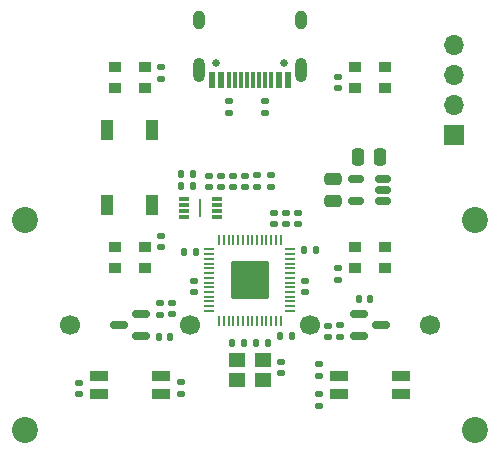
<source format=gbr>
%TF.GenerationSoftware,KiCad,Pcbnew,7.0.1*%
%TF.CreationDate,2023-05-11T20:00:56+01:00*%
%TF.ProjectId,MoonPad,4d6f6f6e-5061-4642-9e6b-696361645f70,rev?*%
%TF.SameCoordinates,Original*%
%TF.FileFunction,Soldermask,Top*%
%TF.FilePolarity,Negative*%
%FSLAX46Y46*%
G04 Gerber Fmt 4.6, Leading zero omitted, Abs format (unit mm)*
G04 Created by KiCad (PCBNEW 7.0.1) date 2023-05-11 20:00:56*
%MOMM*%
%LPD*%
G01*
G04 APERTURE LIST*
G04 Aperture macros list*
%AMRoundRect*
0 Rectangle with rounded corners*
0 $1 Rounding radius*
0 $2 $3 $4 $5 $6 $7 $8 $9 X,Y pos of 4 corners*
0 Add a 4 corners polygon primitive as box body*
4,1,4,$2,$3,$4,$5,$6,$7,$8,$9,$2,$3,0*
0 Add four circle primitives for the rounded corners*
1,1,$1+$1,$2,$3*
1,1,$1+$1,$4,$5*
1,1,$1+$1,$6,$7*
1,1,$1+$1,$8,$9*
0 Add four rect primitives between the rounded corners*
20,1,$1+$1,$2,$3,$4,$5,0*
20,1,$1+$1,$4,$5,$6,$7,0*
20,1,$1+$1,$6,$7,$8,$9,0*
20,1,$1+$1,$8,$9,$2,$3,0*%
G04 Aperture macros list end*
%ADD10RoundRect,0.140000X0.170000X-0.140000X0.170000X0.140000X-0.170000X0.140000X-0.170000X-0.140000X0*%
%ADD11RoundRect,0.140000X-0.170000X0.140000X-0.170000X-0.140000X0.170000X-0.140000X0.170000X0.140000X0*%
%ADD12R,1.400000X1.200000*%
%ADD13RoundRect,0.140000X-0.140000X-0.170000X0.140000X-0.170000X0.140000X0.170000X-0.140000X0.170000X0*%
%ADD14RoundRect,0.135000X0.185000X-0.135000X0.185000X0.135000X-0.185000X0.135000X-0.185000X-0.135000X0*%
%ADD15C,0.650000*%
%ADD16R,0.600000X1.450000*%
%ADD17R,0.300000X1.450000*%
%ADD18O,1.000000X2.100000*%
%ADD19O,1.000000X1.600000*%
%ADD20C,2.200000*%
%ADD21RoundRect,0.150000X-0.587500X-0.150000X0.587500X-0.150000X0.587500X0.150000X-0.587500X0.150000X0*%
%ADD22R,1.000000X0.850000*%
%ADD23RoundRect,0.140000X0.140000X0.170000X-0.140000X0.170000X-0.140000X-0.170000X0.140000X-0.170000X0*%
%ADD24R,0.900000X0.300000*%
%ADD25R,0.250000X1.650000*%
%ADD26RoundRect,0.135000X0.135000X0.185000X-0.135000X0.185000X-0.135000X-0.185000X0.135000X-0.185000X0*%
%ADD27RoundRect,0.250000X0.475000X-0.250000X0.475000X0.250000X-0.475000X0.250000X-0.475000X-0.250000X0*%
%ADD28RoundRect,0.250000X0.250000X0.475000X-0.250000X0.475000X-0.250000X-0.475000X0.250000X-0.475000X0*%
%ADD29RoundRect,0.135000X-0.185000X0.135000X-0.185000X-0.135000X0.185000X-0.135000X0.185000X0.135000X0*%
%ADD30RoundRect,0.050000X-0.387500X-0.050000X0.387500X-0.050000X0.387500X0.050000X-0.387500X0.050000X0*%
%ADD31RoundRect,0.050000X-0.050000X-0.387500X0.050000X-0.387500X0.050000X0.387500X-0.050000X0.387500X0*%
%ADD32RoundRect,0.144000X-1.456000X-1.456000X1.456000X-1.456000X1.456000X1.456000X-1.456000X1.456000X0*%
%ADD33RoundRect,0.150000X0.512500X0.150000X-0.512500X0.150000X-0.512500X-0.150000X0.512500X-0.150000X0*%
%ADD34R,1.000000X1.700000*%
%ADD35RoundRect,0.135000X-0.135000X-0.185000X0.135000X-0.185000X0.135000X0.185000X-0.135000X0.185000X0*%
%ADD36RoundRect,0.150000X0.587500X0.150000X-0.587500X0.150000X-0.587500X-0.150000X0.587500X-0.150000X0*%
%ADD37RoundRect,0.082000X0.718000X-0.328000X0.718000X0.328000X-0.718000X0.328000X-0.718000X-0.328000X0*%
%ADD38C,1.700000*%
%ADD39R,1.700000X1.700000*%
%ADD40O,1.700000X1.700000*%
G04 APERTURE END LIST*
D10*
%TO.C,C8*%
X179832000Y-96873000D03*
X179832000Y-95913000D03*
%TD*%
D11*
%TO.C,C23*%
X170307000Y-83566000D03*
X170307000Y-84526000D03*
%TD*%
D10*
%TO.C,C9*%
X173101000Y-102588000D03*
X173101000Y-101628000D03*
%TD*%
D11*
%TO.C,C26*%
X183642000Y-111252000D03*
X183642000Y-112212000D03*
%TD*%
D12*
%TO.C,Y1*%
X178900000Y-108370000D03*
X176700000Y-108370000D03*
X176700000Y-110070000D03*
X178900000Y-110070000D03*
%TD*%
D11*
%TO.C,C25*%
X185293000Y-100584000D03*
X185293000Y-101544000D03*
%TD*%
D10*
%TO.C,C14*%
X177419000Y-93698000D03*
X177419000Y-92738000D03*
%TD*%
D13*
%TO.C,C6*%
X180368000Y-106299000D03*
X181328000Y-106299000D03*
%TD*%
D14*
%TO.C,R6*%
X176022000Y-87430000D03*
X176022000Y-86410000D03*
%TD*%
D15*
%TO.C,J3*%
X180690000Y-83245000D03*
X174910000Y-83245000D03*
D16*
X181050000Y-84690000D03*
X180250000Y-84690000D03*
D17*
X179050000Y-84690000D03*
X178050000Y-84690000D03*
X177550000Y-84690000D03*
X176550000Y-84690000D03*
D16*
X175350000Y-84690000D03*
X174550000Y-84690000D03*
X174550000Y-84690000D03*
X175350000Y-84690000D03*
D17*
X176050000Y-84690000D03*
X177050000Y-84690000D03*
X178550000Y-84690000D03*
X179550000Y-84690000D03*
D16*
X180250000Y-84690000D03*
X181050000Y-84690000D03*
D18*
X182120000Y-83775000D03*
D19*
X182120000Y-79595000D03*
D18*
X173480000Y-83775000D03*
D19*
X173480000Y-79595000D03*
%TD*%
D20*
%TO.C,H2*%
X196850000Y-96520000D03*
%TD*%
D21*
%TO.C,U5*%
X187022500Y-104460000D03*
X187022500Y-106360000D03*
X188897500Y-105410000D03*
%TD*%
D10*
%TO.C,C10*%
X180848000Y-96873000D03*
X180848000Y-95913000D03*
%TD*%
%TO.C,C11*%
X181864000Y-96873000D03*
X181864000Y-95913000D03*
%TD*%
D22*
%TO.C,D3*%
X168940000Y-85330000D03*
X168940000Y-83555000D03*
X166340000Y-83580000D03*
X166340000Y-85330000D03*
%TD*%
D11*
%TO.C,C17*%
X184404000Y-105438000D03*
X184404000Y-106398000D03*
%TD*%
D23*
%TO.C,C2*%
X177264000Y-106934000D03*
X176304000Y-106934000D03*
%TD*%
D10*
%TO.C,C19*%
X163322000Y-111252000D03*
X163322000Y-110292000D03*
%TD*%
D24*
%TO.C,IC1*%
X172209000Y-94754000D03*
X172209000Y-95254000D03*
X172209000Y-95754000D03*
X172209000Y-96254000D03*
X175009000Y-96254000D03*
X175009000Y-95754000D03*
X175009000Y-95254000D03*
X175009000Y-94754000D03*
D25*
X173609000Y-95504000D03*
%TD*%
D26*
%TO.C,R1*%
X172976000Y-92583000D03*
X171956000Y-92583000D03*
%TD*%
D20*
%TO.C,H4*%
X196850000Y-114300000D03*
%TD*%
D13*
%TO.C,C12*%
X182400000Y-99060000D03*
X183360000Y-99060000D03*
%TD*%
D10*
%TO.C,C15*%
X176403000Y-93698000D03*
X176403000Y-92738000D03*
%TD*%
%TO.C,C20*%
X170307000Y-98806000D03*
X170307000Y-97846000D03*
%TD*%
D23*
%TO.C,C16*%
X173200000Y-99187000D03*
X172240000Y-99187000D03*
%TD*%
D13*
%TO.C,C22*%
X187022800Y-103174800D03*
X187982800Y-103174800D03*
%TD*%
D14*
%TO.C,RLED1*%
X171958000Y-111252000D03*
X171958000Y-110232000D03*
%TD*%
D11*
%TO.C,C3*%
X180467000Y-108486000D03*
X180467000Y-109446000D03*
%TD*%
D14*
%TO.C,R8*%
X170180000Y-104521000D03*
X170180000Y-103501000D03*
%TD*%
D27*
%TO.C,C4*%
X184857602Y-94929997D03*
X184857602Y-93029997D03*
%TD*%
D28*
%TO.C,C1*%
X188855601Y-91185999D03*
X186955601Y-91185999D03*
%TD*%
D13*
%TO.C,C21*%
X170081000Y-106426000D03*
X171041000Y-106426000D03*
%TD*%
D10*
%TO.C,C24*%
X185293000Y-85344000D03*
X185293000Y-84384000D03*
%TD*%
D13*
%TO.C,R9*%
X171986000Y-93599000D03*
X172946000Y-93599000D03*
%TD*%
D22*
%TO.C,D2*%
X168940000Y-100570000D03*
X168940000Y-98795000D03*
X166340000Y-98820000D03*
X166340000Y-100570000D03*
%TD*%
D10*
%TO.C,C5*%
X174371000Y-93698000D03*
X174371000Y-92738000D03*
%TD*%
D29*
%TO.C,R4*%
X179578000Y-92708000D03*
X179578000Y-93728000D03*
%TD*%
D20*
%TO.C,H3*%
X158750000Y-114300000D03*
%TD*%
D22*
%TO.C,D6*%
X186660000Y-98820000D03*
X186660000Y-100595000D03*
X189260000Y-100570000D03*
X189260000Y-98820000D03*
%TD*%
D30*
%TO.C,U3*%
X174362500Y-99000000D03*
X174362500Y-99400000D03*
X174362500Y-99800000D03*
X174362500Y-100200000D03*
X174362500Y-100600000D03*
X174362500Y-101000000D03*
X174362500Y-101400000D03*
X174362500Y-101800000D03*
X174362500Y-102200000D03*
X174362500Y-102600000D03*
X174362500Y-103000000D03*
X174362500Y-103400000D03*
X174362500Y-103800000D03*
X174362500Y-104200000D03*
D31*
X175200000Y-105037500D03*
X175600000Y-105037500D03*
X176000000Y-105037500D03*
X176400000Y-105037500D03*
X176800000Y-105037500D03*
X177200000Y-105037500D03*
X177600000Y-105037500D03*
X178000000Y-105037500D03*
X178400000Y-105037500D03*
X178800000Y-105037500D03*
X179200000Y-105037500D03*
X179600000Y-105037500D03*
X180000000Y-105037500D03*
X180400000Y-105037500D03*
D30*
X181237500Y-104200000D03*
X181237500Y-103800000D03*
X181237500Y-103400000D03*
X181237500Y-103000000D03*
X181237500Y-102600000D03*
X181237500Y-102200000D03*
X181237500Y-101800000D03*
X181237500Y-101400000D03*
X181237500Y-101000000D03*
X181237500Y-100600000D03*
X181237500Y-100200000D03*
X181237500Y-99800000D03*
X181237500Y-99400000D03*
X181237500Y-99000000D03*
D31*
X180400000Y-98162500D03*
X180000000Y-98162500D03*
X179600000Y-98162500D03*
X179200000Y-98162500D03*
X178800000Y-98162500D03*
X178400000Y-98162500D03*
X178000000Y-98162500D03*
X177600000Y-98162500D03*
X177200000Y-98162500D03*
X176800000Y-98162500D03*
X176400000Y-98162500D03*
X176000000Y-98162500D03*
X175600000Y-98162500D03*
X175200000Y-98162500D03*
D32*
X177800000Y-101600000D03*
%TD*%
D33*
%TO.C,U6*%
X189097500Y-94930000D03*
X189097500Y-93980000D03*
X189097500Y-93030000D03*
X186822500Y-93030000D03*
X186822500Y-94930000D03*
%TD*%
D20*
%TO.C,H1*%
X158750000Y-96520000D03*
%TD*%
D22*
%TO.C,D5*%
X186660000Y-83580000D03*
X186660000Y-85355000D03*
X189260000Y-85330000D03*
X189260000Y-83580000D03*
%TD*%
D10*
%TO.C,C7*%
X175387000Y-93698000D03*
X175387000Y-92738000D03*
%TD*%
D34*
%TO.C,SW1*%
X165740000Y-95200000D03*
X165740000Y-88900000D03*
X169540000Y-95200000D03*
X169540000Y-88900000D03*
%TD*%
D29*
%TO.C,R3*%
X178435000Y-92708000D03*
X178435000Y-93728000D03*
%TD*%
%TO.C,RLED2*%
X183642000Y-108710000D03*
X183642000Y-109730000D03*
%TD*%
D10*
%TO.C,C13*%
X182499000Y-102588000D03*
X182499000Y-101628000D03*
%TD*%
D14*
%TO.C,R7*%
X185420000Y-106426000D03*
X185420000Y-105406000D03*
%TD*%
D35*
%TO.C,R5*%
X178306000Y-106934000D03*
X179326000Y-106934000D03*
%TD*%
D14*
%TO.C,R2*%
X179070000Y-87430000D03*
X179070000Y-86410000D03*
%TD*%
D11*
%TO.C,C18*%
X171196000Y-103533000D03*
X171196000Y-104493000D03*
%TD*%
D36*
%TO.C,U4*%
X168577500Y-106360000D03*
X168577500Y-104460000D03*
X166702500Y-105410000D03*
%TD*%
D37*
%TO.C,D4*%
X185360000Y-111240000D03*
X185360000Y-109740000D03*
X190560000Y-109740000D03*
X190560000Y-111240000D03*
%TD*%
%TO.C,D1*%
X165040000Y-111240000D03*
X165040000Y-109740000D03*
X170240000Y-109740000D03*
X170240000Y-111240000D03*
%TD*%
D38*
%TO.C,X*%
X172720000Y-105410000D03*
X162560000Y-105410000D03*
%TD*%
%TO.C,Z*%
X193040000Y-105410000D03*
X182880000Y-105410000D03*
%TD*%
D39*
%TO.C,J1*%
X195072000Y-89271000D03*
D40*
X195072000Y-86731000D03*
X195072000Y-84191000D03*
X195072000Y-81651000D03*
%TD*%
M02*

</source>
